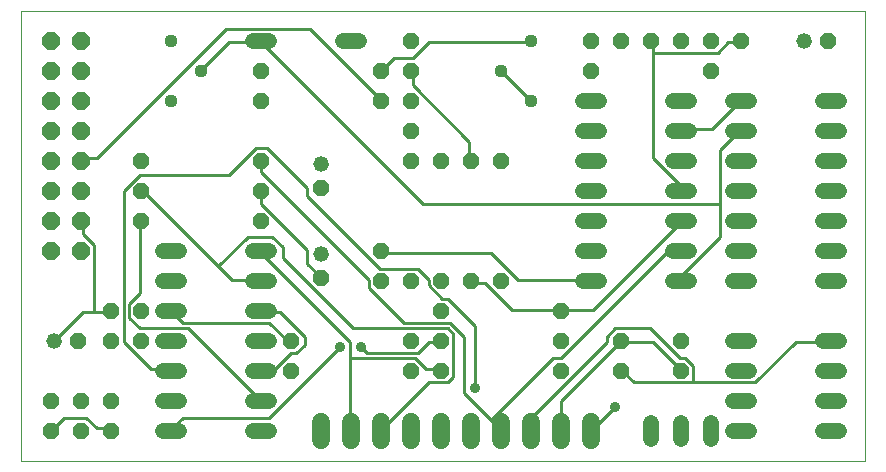
<source format=gbl>
G75*
%MOIN*%
%OFA0B0*%
%FSLAX25Y25*%
%IPPOS*%
%LPD*%
%AMOC8*
5,1,8,0,0,1.08239X$1,22.5*
%
%ADD10C,0.00000*%
%ADD11OC8,0.05200*%
%ADD12C,0.05200*%
%ADD13C,0.05200*%
%ADD14C,0.04400*%
%ADD15OC8,0.06000*%
%ADD16C,0.06000*%
%ADD17C,0.01000*%
%ADD18C,0.03600*%
D10*
X0001000Y0006000D02*
X0001000Y0155961D01*
X0282201Y0155961D01*
X0282201Y0006000D01*
X0001000Y0006000D01*
D11*
X0011000Y0016000D03*
X0021000Y0016000D03*
X0031000Y0016000D03*
X0031000Y0026000D03*
X0021000Y0026000D03*
X0011000Y0026000D03*
X0020000Y0046000D03*
X0031000Y0046000D03*
X0041000Y0046000D03*
X0041000Y0056000D03*
X0031000Y0056000D03*
X0041000Y0086000D03*
X0041000Y0096000D03*
X0041000Y0106000D03*
X0081000Y0106000D03*
X0081000Y0096000D03*
X0081000Y0086000D03*
X0101000Y0097000D03*
X0131000Y0106000D03*
X0141000Y0106000D03*
X0151000Y0106000D03*
X0161000Y0106000D03*
X0131000Y0116000D03*
X0131000Y0126000D03*
X0121000Y0126000D03*
X0121000Y0136000D03*
X0131000Y0136000D03*
X0131000Y0146000D03*
X0081000Y0136000D03*
X0081000Y0126000D03*
X0121000Y0076000D03*
X0121000Y0066000D03*
X0131000Y0066000D03*
X0141000Y0066000D03*
X0151000Y0066000D03*
X0161000Y0066000D03*
X0141000Y0056000D03*
X0141000Y0046000D03*
X0131000Y0046000D03*
X0131000Y0036000D03*
X0141000Y0036000D03*
X0181000Y0036000D03*
X0181000Y0046000D03*
X0181000Y0056000D03*
X0201000Y0046000D03*
X0201000Y0036000D03*
X0221000Y0036000D03*
X0221000Y0046000D03*
X0101000Y0067000D03*
X0091000Y0046000D03*
X0091000Y0036000D03*
X0191000Y0136000D03*
X0191000Y0146000D03*
X0201000Y0146000D03*
X0211000Y0146000D03*
X0221000Y0146000D03*
X0231000Y0146000D03*
X0241000Y0146000D03*
X0231000Y0136000D03*
X0270000Y0146000D03*
D12*
X0262000Y0146000D03*
X0101000Y0105000D03*
X0101000Y0075000D03*
X0012000Y0046000D03*
D13*
X0048400Y0046000D02*
X0053600Y0046000D01*
X0053600Y0036000D02*
X0048400Y0036000D01*
X0048400Y0026000D02*
X0053600Y0026000D01*
X0053600Y0016000D02*
X0048400Y0016000D01*
X0078400Y0016000D02*
X0083600Y0016000D01*
X0083600Y0026000D02*
X0078400Y0026000D01*
X0078400Y0036000D02*
X0083600Y0036000D01*
X0083600Y0046000D02*
X0078400Y0046000D01*
X0078400Y0056000D02*
X0083600Y0056000D01*
X0083600Y0066000D02*
X0078400Y0066000D01*
X0078400Y0076000D02*
X0083600Y0076000D01*
X0053600Y0076000D02*
X0048400Y0076000D01*
X0048400Y0066000D02*
X0053600Y0066000D01*
X0053600Y0056000D02*
X0048400Y0056000D01*
X0188400Y0066000D02*
X0193600Y0066000D01*
X0193600Y0076000D02*
X0188400Y0076000D01*
X0188400Y0086000D02*
X0193600Y0086000D01*
X0193600Y0096000D02*
X0188400Y0096000D01*
X0188400Y0106000D02*
X0193600Y0106000D01*
X0193600Y0116000D02*
X0188400Y0116000D01*
X0188400Y0126000D02*
X0193600Y0126000D01*
X0218400Y0126000D02*
X0223600Y0126000D01*
X0238400Y0126000D02*
X0243600Y0126000D01*
X0243600Y0116000D02*
X0238400Y0116000D01*
X0223600Y0116000D02*
X0218400Y0116000D01*
X0218400Y0106000D02*
X0223600Y0106000D01*
X0238400Y0106000D02*
X0243600Y0106000D01*
X0243600Y0096000D02*
X0238400Y0096000D01*
X0223600Y0096000D02*
X0218400Y0096000D01*
X0218400Y0086000D02*
X0223600Y0086000D01*
X0238400Y0086000D02*
X0243600Y0086000D01*
X0243600Y0076000D02*
X0238400Y0076000D01*
X0223600Y0076000D02*
X0218400Y0076000D01*
X0218400Y0066000D02*
X0223600Y0066000D01*
X0238400Y0066000D02*
X0243600Y0066000D01*
X0268400Y0066000D02*
X0273600Y0066000D01*
X0273600Y0076000D02*
X0268400Y0076000D01*
X0268400Y0086000D02*
X0273600Y0086000D01*
X0273600Y0096000D02*
X0268400Y0096000D01*
X0268400Y0106000D02*
X0273600Y0106000D01*
X0273600Y0116000D02*
X0268400Y0116000D01*
X0268400Y0126000D02*
X0273600Y0126000D01*
X0273600Y0046000D02*
X0268400Y0046000D01*
X0268400Y0036000D02*
X0273600Y0036000D01*
X0273600Y0026000D02*
X0268400Y0026000D01*
X0268400Y0016000D02*
X0273600Y0016000D01*
X0243600Y0016000D02*
X0238400Y0016000D01*
X0231000Y0013400D02*
X0231000Y0018600D01*
X0221000Y0018600D02*
X0221000Y0013400D01*
X0211000Y0013400D02*
X0211000Y0018600D01*
X0238400Y0026000D02*
X0243600Y0026000D01*
X0243600Y0036000D02*
X0238400Y0036000D01*
X0238400Y0046000D02*
X0243600Y0046000D01*
X0113600Y0146000D02*
X0108400Y0146000D01*
X0083600Y0146000D02*
X0078400Y0146000D01*
D14*
X0061000Y0136000D03*
X0051000Y0146000D03*
X0051000Y0126000D03*
X0161000Y0136000D03*
X0171000Y0146000D03*
X0171000Y0126000D03*
D15*
X0021000Y0126000D03*
X0011000Y0126000D03*
X0011000Y0116000D03*
X0021000Y0116000D03*
X0021000Y0106000D03*
X0011000Y0106000D03*
X0011000Y0096000D03*
X0021000Y0096000D03*
X0021000Y0086000D03*
X0011000Y0086000D03*
X0011000Y0076000D03*
X0021000Y0076000D03*
X0021000Y0136000D03*
X0011000Y0136000D03*
X0011000Y0146000D03*
X0021000Y0146000D03*
D16*
X0101000Y0019000D02*
X0101000Y0013000D01*
X0111000Y0013000D02*
X0111000Y0019000D01*
X0121000Y0019000D02*
X0121000Y0013000D01*
X0131000Y0013000D02*
X0131000Y0019000D01*
X0141000Y0019000D02*
X0141000Y0013000D01*
X0151000Y0013000D02*
X0151000Y0019000D01*
X0161000Y0019000D02*
X0161000Y0013000D01*
X0171000Y0013000D02*
X0171000Y0019000D01*
X0181000Y0019000D02*
X0181000Y0013000D01*
X0191000Y0013000D02*
X0191000Y0019000D01*
D17*
X0191000Y0016000D02*
X0199000Y0024000D01*
X0205300Y0032100D02*
X0201700Y0035700D01*
X0201000Y0036000D01*
X0205300Y0032100D02*
X0225100Y0032100D01*
X0225100Y0037500D01*
X0222400Y0040200D01*
X0220600Y0040200D01*
X0210700Y0050100D01*
X0199000Y0050100D01*
X0196300Y0047400D01*
X0196300Y0045600D01*
X0171100Y0020400D01*
X0171100Y0016800D01*
X0171000Y0016000D01*
X0161000Y0016000D02*
X0160300Y0016800D01*
X0157600Y0019500D01*
X0178300Y0040200D01*
X0181000Y0040200D01*
X0216100Y0075300D01*
X0220600Y0075300D01*
X0221000Y0076000D01*
X0221500Y0068100D02*
X0234100Y0080700D01*
X0234100Y0091500D01*
X0135100Y0091500D01*
X0081100Y0145500D01*
X0081000Y0146000D01*
X0080200Y0145500D01*
X0070300Y0145500D01*
X0061300Y0136500D01*
X0061000Y0136000D01*
X0069400Y0150000D02*
X0097300Y0150000D01*
X0120700Y0126600D01*
X0121000Y0126000D01*
X0131500Y0131100D02*
X0150400Y0112200D01*
X0150400Y0106800D01*
X0151000Y0106000D01*
X0170200Y0126600D02*
X0171000Y0126000D01*
X0170200Y0126600D02*
X0161200Y0135600D01*
X0161000Y0136000D01*
X0170200Y0145500D02*
X0171000Y0146000D01*
X0170200Y0145500D02*
X0136900Y0145500D01*
X0131500Y0140100D01*
X0125200Y0140100D01*
X0121600Y0136500D01*
X0121000Y0136000D01*
X0131000Y0136000D02*
X0131500Y0135600D01*
X0131500Y0131100D01*
X0096400Y0096900D02*
X0082900Y0110400D01*
X0079300Y0110400D01*
X0070300Y0101400D01*
X0040600Y0101400D01*
X0035200Y0096000D01*
X0035200Y0045600D01*
X0044200Y0036600D01*
X0050500Y0036600D01*
X0051000Y0036000D01*
X0056800Y0050100D02*
X0040600Y0050100D01*
X0037000Y0053700D01*
X0037000Y0058200D01*
X0040600Y0061800D01*
X0040600Y0085200D01*
X0041000Y0086000D01*
X0025300Y0078000D02*
X0025300Y0055500D01*
X0030700Y0055500D01*
X0031000Y0056000D01*
X0025300Y0055500D02*
X0021700Y0055500D01*
X0012700Y0046500D01*
X0012000Y0046000D01*
X0051000Y0056000D02*
X0051400Y0055500D01*
X0055000Y0051900D01*
X0083800Y0051900D01*
X0089200Y0046500D01*
X0091000Y0046500D01*
X0091000Y0046000D01*
X0091000Y0042000D02*
X0092800Y0042000D01*
X0095500Y0044700D01*
X0095500Y0047400D01*
X0087400Y0055500D01*
X0081100Y0055500D01*
X0081000Y0056000D01*
X0081000Y0066000D02*
X0080200Y0066300D01*
X0071200Y0066300D01*
X0066700Y0070800D01*
X0076600Y0080700D01*
X0084700Y0080700D01*
X0088300Y0077100D01*
X0088300Y0073500D01*
X0111700Y0050100D01*
X0143200Y0050100D01*
X0145000Y0048300D01*
X0145000Y0033900D01*
X0143200Y0032100D01*
X0136900Y0032100D01*
X0121600Y0016800D01*
X0121000Y0016000D01*
X0111000Y0016000D02*
X0110800Y0016800D01*
X0110800Y0040200D01*
X0132400Y0040200D01*
X0136000Y0036600D01*
X0140500Y0036600D01*
X0141000Y0036000D01*
X0133300Y0042000D02*
X0116200Y0042000D01*
X0114400Y0043800D01*
X0110800Y0045600D02*
X0110800Y0040200D01*
X0107200Y0043800D02*
X0083800Y0020400D01*
X0055000Y0020400D01*
X0051400Y0016800D01*
X0051000Y0016000D01*
X0031000Y0016000D02*
X0030700Y0016800D01*
X0026200Y0016800D01*
X0022600Y0020400D01*
X0015400Y0020400D01*
X0011000Y0016000D01*
X0056800Y0050100D02*
X0080200Y0026700D01*
X0081000Y0026000D01*
X0081000Y0036000D02*
X0081100Y0036600D01*
X0085600Y0036600D01*
X0091000Y0042000D01*
X0110800Y0045600D02*
X0081100Y0075300D01*
X0081000Y0076000D01*
X0066700Y0070800D02*
X0041500Y0096000D01*
X0041000Y0096000D01*
X0026200Y0106800D02*
X0021700Y0106800D01*
X0021000Y0106000D01*
X0026200Y0106800D02*
X0069400Y0150000D01*
X0081000Y0106000D02*
X0081100Y0105900D01*
X0081100Y0102300D01*
X0117100Y0066300D01*
X0117100Y0063600D01*
X0128800Y0051900D01*
X0144100Y0051900D01*
X0148600Y0047400D01*
X0148600Y0028500D01*
X0157600Y0019500D01*
X0152200Y0030300D02*
X0152200Y0051000D01*
X0143200Y0060000D01*
X0141400Y0060000D01*
X0136900Y0064500D01*
X0136900Y0066300D01*
X0133300Y0069900D01*
X0120700Y0069900D01*
X0096400Y0094200D01*
X0096400Y0096900D01*
X0081100Y0096000D02*
X0081100Y0091500D01*
X0096400Y0076200D01*
X0096400Y0071700D01*
X0100900Y0067200D01*
X0101000Y0067000D01*
X0121000Y0076000D02*
X0121600Y0075300D01*
X0157600Y0075300D01*
X0166600Y0066300D01*
X0190900Y0066300D01*
X0191000Y0066000D01*
X0191800Y0056400D02*
X0181000Y0056400D01*
X0181000Y0056000D01*
X0181000Y0056400D02*
X0164800Y0056400D01*
X0155800Y0065400D01*
X0151300Y0065400D01*
X0151000Y0066000D01*
X0141000Y0046000D02*
X0140500Y0045600D01*
X0136900Y0045600D01*
X0133300Y0042000D01*
X0181000Y0025800D02*
X0181000Y0016000D01*
X0181000Y0025800D02*
X0200800Y0045600D01*
X0201000Y0046000D01*
X0201700Y0045600D01*
X0211600Y0045600D01*
X0220600Y0036600D01*
X0221000Y0036000D01*
X0225100Y0032100D02*
X0245800Y0032100D01*
X0259300Y0045600D01*
X0271000Y0045600D01*
X0271000Y0046000D01*
X0221500Y0066300D02*
X0221000Y0066000D01*
X0221500Y0066300D02*
X0221500Y0068100D01*
X0220600Y0085200D02*
X0191800Y0056400D01*
X0220600Y0085200D02*
X0221000Y0086000D01*
X0234100Y0091500D02*
X0234100Y0109500D01*
X0240400Y0115800D01*
X0241000Y0116000D01*
X0231400Y0116700D02*
X0240400Y0125700D01*
X0241000Y0126000D01*
X0231400Y0116700D02*
X0221500Y0116700D01*
X0221000Y0116000D01*
X0211600Y0106800D02*
X0211600Y0141900D01*
X0233200Y0141900D01*
X0236800Y0145500D01*
X0240400Y0145500D01*
X0241000Y0146000D01*
X0211600Y0145500D02*
X0211600Y0141900D01*
X0211600Y0145500D02*
X0211000Y0146000D01*
X0211600Y0106800D02*
X0220600Y0097800D01*
X0220600Y0096000D01*
X0221000Y0096000D01*
X0081100Y0096000D02*
X0081000Y0096000D01*
X0025300Y0078000D02*
X0021700Y0081600D01*
X0021700Y0085200D01*
X0021000Y0086000D01*
D18*
X0107200Y0043800D03*
X0114400Y0043800D03*
X0152200Y0030300D03*
X0199000Y0024000D03*
M02*

</source>
